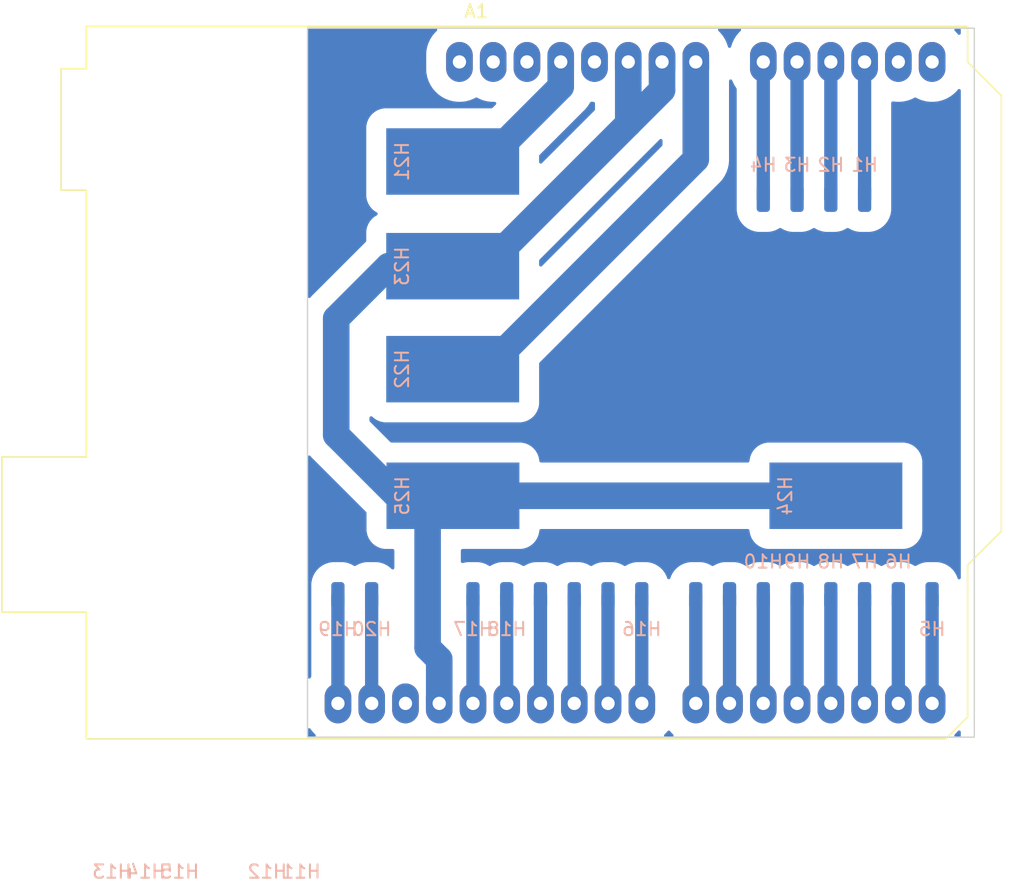
<source format=kicad_pcb>
(kicad_pcb (version 20221018) (generator pcbnew)
  (layers (0 "F.Cu" signal) (31 "B.Cu" signal) (34 "B.Paste" user) (35 "F.Paste" user) (36 "B.SilkS" user "B.Silkscreen") (37 "F.SilkS" user "F.Silkscreen") (38 "B.Mask" user) (39 "F.Mask" user) (44 "Edge.Cuts" user))
  (net 0 "")
  (net 4 "Net-(A1-3V3)")
  (net 6 "Net-(A1-GND-Pad29)")
  (net 7 "Net-(A1-VIN)")
  (net 8 "Net-(A1-A0)")
  (net 9 "Net-(A1-A1)")
  (net 10 "Net-(A1-A2)")
  (net 11 "Net-(A1-A3)")
  (net 14 "Net-(A1-D0{slash}RX)")
  (net 15 "Net-(A1-D1{slash}TX)")
  (net 16 "Net-(A1-D2)")
  (net 17 "Net-(A1-D3)")
  (net 18 "Net-(A1-D4)")
  (net 19 "Net-(A1-D5)")
  (net 20 "Net-(A1-D6)")
  (net 21 "Net-(A1-D7)")
  (net 22 "Net-(A1-D8)")
  (net 23 "Net-(A1-D9)")
  (net 24 "Net-(A1-D10)")
  (net 25 "Net-(A1-D11)")
  (net 26 "Net-(A1-D12)")
  (net 27 "Net-(A1-D13)")
  (net 29 "Net-(A1-SDA{slash}A4-Pad31)")
  (net 30 "Net-(A1-SCL{slash}A5-Pad32)")
  (footprint "Module:Arduino_UNO_R3" (layer "F.Cu") (at 136.506976 54.61)
    (fp_text reference "A1" (at 1.27 -3.81) (layer "F.SilkS"))
    (fp_text value "Arduino_UNO_R3")
    (fp_line (start -34.42 29.72) (end -34.42 41.4) (stroke (width 0.12)) (layer "F.SilkS"))
    (fp_line (start -34.42 41.4) (end -28.07 41.4) (stroke (width 0.12)) (layer "F.SilkS"))
    (fp_line (start -29.97 0.51) (end -29.97 9.65) (stroke (width 0.12)) (layer "F.SilkS"))
    (fp_line (start -29.97 9.65) (end -28.07 9.65) (stroke (width 0.12)) (layer "F.SilkS"))
    (fp_line (start -28.07 -2.67) (end -28.07 0.51) (stroke (width 0.12)) (layer "F.SilkS"))
    (fp_line (start -28.07 0.51) (end -29.97 0.51) (stroke (width 0.12)) (layer "F.SilkS"))
    (fp_line (start -28.07 9.65) (end -28.07 29.72) (stroke (width 0.12)) (layer "F.SilkS"))
    (fp_line (start -28.07 29.72) (end -34.42 29.72) (stroke (width 0.12)) (layer "F.SilkS"))
    (fp_line (start -28.07 41.4) (end -28.07 50.93) (stroke (width 0.12)) (layer "F.SilkS"))
    (fp_line (start -28.07 50.93) (end 36.58 50.93) (stroke (width 0.12)) (layer "F.SilkS"))
    (fp_line (start 36.58 50.93) (end 38.23 49.28) (stroke (width 0.12)) (layer "F.SilkS"))
    (fp_line (start 38.23 -2.67) (end -28.07 -2.67) (stroke (width 0.12)) (layer "F.SilkS"))
    (fp_line (start 38.23 0) (end 38.23 -2.67) (stroke (width 0.12)) (layer "F.SilkS"))
    (fp_line (start 38.23 37.85) (end 40.77 35.31) (stroke (width 0.12)) (layer "F.SilkS"))
    (fp_line (start 38.23 49.28) (end 38.23 37.85) (stroke (width 0.12)) (layer "F.SilkS"))
    (fp_line (start 40.77 2.54) (end 38.23 0) (stroke (width 0.12)) (layer "F.SilkS"))
    (fp_line (start 40.77 35.31) (end 40.77 2.54) (stroke (width 0.12)) (layer "F.SilkS"))
    (pad "1" thru_hole oval (at 0 0 90) (size 3 2) (drill 1) (layers "*.Cu" "*.Mask"))
    (pad "2" thru_hole oval (at 2.54 0 90) (size 3 2) (drill 1) (layers "*.Cu" "*.Mask"))
    (pad "3" thru_hole oval (at 5.08 0 90) (size 3 2) (drill 1) (layers "*.Cu" "*.Mask"))
    (pad "4" thru_hole oval (at 7.62 0 90) (size 3 2) (drill 1) (layers "*.Cu" "*.Mask") (net 4 "Net-(A1-3V3)"))
    (pad "5" thru_hole oval (at 10.16 0 90) (size 3 2) (drill 1) (layers "*.Cu" "*.Mask"))
    (pad "6" thru_hole oval (at 12.7 0 90) (size 3 2) (drill 1) (layers "*.Cu" "*.Mask") (net 6 "Net-(A1-GND-Pad29)"))
    (pad "7" thru_hole oval (at 15.24 0 90) (size 3 2) (drill 1) (layers "*.Cu" "*.Mask") (net 6 "Net-(A1-GND-Pad29)"))
    (pad "8" thru_hole oval (at 17.78 0 90) (size 3 2) (drill 1) (layers "*.Cu" "*.Mask") (net 7 "Net-(A1-VIN)"))
    (pad "9" thru_hole oval (at 22.86 0 90) (size 3 2) (drill 1) (layers "*.Cu" "*.Mask") (net 8 "Net-(A1-A0)"))
    (pad "10" thru_hole oval (at 25.4 0 90) (size 3 2) (drill 1) (layers "*.Cu" "*.Mask") (net 9 "Net-(A1-A1)"))
    (pad "11" thru_hole oval (at 27.94 0 90) (size 3 2) (drill 1) (layers "*.Cu" "*.Mask") (net 10 "Net-(A1-A2)"))
    (pad "12" thru_hole oval (at 30.48 0 90) (size 3 2) (drill 1) (layers "*.Cu" "*.Mask") (net 11 "Net-(A1-A3)"))
    (pad "13" thru_hole oval (at 33.02 0 90) (size 3 2) (drill 1) (layers "*.Cu" "*.Mask"))
    (pad "14" thru_hole oval (at 35.56 0 90) (size 3 2) (drill 1) (layers "*.Cu" "*.Mask"))
    (pad "15" thru_hole oval (at 35.56 48.26 90) (size 3 2) (drill 1) (layers "*.Cu" "*.Mask") (net 14 "Net-(A1-D0{slash}RX)"))
    (pad "16" thru_hole oval (at 33.02 48.26 90) (size 3 2) (drill 1) (layers "*.Cu" "*.Mask") (net 15 "Net-(A1-D1{slash}TX)"))
    (pad "17" thru_hole oval (at 30.48 48.26 90) (size 3 2) (drill 1) (layers "*.Cu" "*.Mask") (net 16 "Net-(A1-D2)"))
    (pad "18" thru_hole oval (at 27.94 48.26 90) (size 3 2) (drill 1) (layers "*.Cu" "*.Mask") (net 17 "Net-(A1-D3)"))
    (pad "19" thru_hole oval (at 25.4 48.26 90) (size 3 2) (drill 1) (layers "*.Cu" "*.Mask") (net 18 "Net-(A1-D4)"))
    (pad "20" thru_hole oval (at 22.86 48.26 90) (size 3 2) (drill 1) (layers "*.Cu" "*.Mask") (net 19 "Net-(A1-D5)"))
    (pad "21" thru_hole oval (at 20.32 48.26 90) (size 3 2) (drill 1) (layers "*.Cu" "*.Mask") (net 20 "Net-(A1-D6)"))
    (pad "22" thru_hole oval (at 17.78 48.26 90) (size 3 2) (drill 1) (layers "*.Cu" "*.Mask") (net 21 "Net-(A1-D7)"))
    (pad "23" thru_hole oval (at 13.72 48.26 90) (size 3 2) (drill 1) (layers "*.Cu" "*.Mask") (net 22 "Net-(A1-D8)"))
    (pad "24" thru_hole oval (at 11.18 48.26 90) (size 3 2) (drill 1) (layers "*.Cu" "*.Mask") (net 23 "Net-(A1-D9)"))
    (pad "25" thru_hole oval (at 8.64 48.26 90) (size 3 2) (drill 1) (layers "*.Cu" "*.Mask") (net 24 "Net-(A1-D10)"))
    (pad "26" thru_hole oval (at 6.1 48.26 90) (size 3 2) (drill 1) (layers "*.Cu" "*.Mask") (net 25 "Net-(A1-D11)"))
    (pad "27" thru_hole oval (at 3.56 48.26 90) (size 3 2) (drill 1) (layers "*.Cu" "*.Mask") (net 26 "Net-(A1-D12)"))
    (pad "28" thru_hole oval (at 1.02 48.26 90) (size 3 2) (drill 1) (layers "*.Cu" "*.Mask") (net 27 "Net-(A1-D13)"))
    (pad "29" thru_hole oval (at -1.52 48.26 90) (size 3 2) (drill 1) (layers "*.Cu" "*.Mask") (net 6 "Net-(A1-GND-Pad29)"))
    (pad "30" thru_hole oval (at -4.06 48.26 90) (size 3 2) (drill 1) (layers "*.Cu" "*.Mask"))
    (pad "31" thru_hole oval (at -6.6 48.26 90) (size 3 2) (drill 1) (layers "*.Cu" "*.Mask") (net 29 "Net-(A1-SDA{slash}A4-Pad31)"))
    (pad "32" thru_hole oval (at -9.14 48.26 90) (size 3 2) (drill 1) (layers "*.Cu" "*.Mask") (net 30 "Net-(A1-SCL{slash}A5-Pad32)"))
  )
  (footprint "Connector_Wire:SolderWirePad_1x01_SMD_1x2mm" (layer "B.Cu") (at 150.222976 94.742)
    (fp_text reference "H16" (at 0 2.54) (layer "B.SilkS") (effects (justify mirror)))
    (fp_text value "MountingHole_Pad")
    (pad "1" smd roundrect (at 0 0) (size 1 2) (layers "B.Cu" "B.Paste" "B.Mask") (net 22 "Net-(A1-D8)"))
  )
  (footprint "Connector_Wire:SolderWirePad_1x01_SMD_1x2mm" (layer "B.Cu") (at 161.906976 94.742 180)
    (fp_text reference "H9" (at 0 2.54) (layer "B.SilkS") (effects (justify mirror)))
    (fp_text value "MountingHole_Pad")
    (pad "1" smd roundrect (at 0 0 180) (size 1 2) (layers "B.Cu" "B.Paste" "B.Mask") (net 18 "Net-(A1-D4)"))
  )
  (footprint "Connector_Wire:SolderWirePad_1x01_SMD_1x2mm" (layer "B.Cu") (at 154.286976 94.742)
    (fp_text reference "H12" (at -32.237 20.787) (layer "B.SilkS") (effects (justify mirror)))
    (fp_text value "MountingHole_Pad")
    (pad "1" smd roundrect (at 0 0) (size 1 2) (layers "B.Cu" "B.Paste" "B.Mask") (net 21 "Net-(A1-D7)"))
  )
  (footprint "Connector_Wire:SolderWirePad_1x01_SMD_1x2mm" (layer "B.Cu") (at 159.366976 64.897 180)
    (fp_text reference "H4" (at 0 2.54) (layer "B.SilkS") (effects (justify mirror)))
    (fp_text value "MountingHole_Pad")
    (pad "1" smd roundrect (at 0 0 180) (size 1 2) (layers "B.Cu" "B.Paste" "B.Mask") (net 8 "Net-(A1-A0)"))
  )
  (footprint "Connector_Wire:SolderWirePad_1x01_SMD_1x2mm" (layer "B.Cu") (at 164.446976 94.742 180)
    (fp_text reference "H8" (at 0 2.54) (layer "B.SilkS") (effects (justify mirror)))
    (fp_text value "MountingHole_Pad")
    (pad "1" smd roundrect (at 0 0 180) (size 1 2) (layers "B.Cu" "B.Paste" "B.Mask") (net 17 "Net-(A1-D3)"))
  )
  (footprint "Connector_Wire:SolderWirePad_1x01_SMD_1x2mm" (layer "B.Cu") (at 159.366976 94.742 180)
    (fp_text reference "H10" (at 0 2.54) (layer "B.SilkS") (effects (justify mirror)))
    (fp_text value "MountingHole_Pad")
    (pad "1" smd roundrect (at 0 0 180) (size 1 2) (layers "B.Cu" "B.Paste" "B.Mask") (net 19 "Net-(A1-D5)"))
  )
  (footprint "Connector_Wire:SolderWirePad_1x01_SMD_5x10mm" (layer "B.Cu") (at 135.998976 62.103 -90)
    (fp_text reference "H21" (at 0 3.81 90) (layer "B.SilkS") (effects (justify mirror)))
    (fp_text value "MountingHole_Pad")
    (pad "1" smd rect (at 0 0 270) (size 5 10) (layers "B.Cu" "B.Paste" "B.Mask") (net 4 "Net-(A1-3V3)"))
  )
  (footprint "Connector_Wire:SolderWirePad_1x01_SMD_1x2mm" (layer "B.Cu") (at 166.986976 64.897 180)
    (fp_text reference "H1" (at 0 2.54) (layer "B.SilkS") (effects (justify mirror)))
    (fp_text value "MountingHole_Pad")
    (pad "1" smd roundrect (at 0 0 180) (size 1 2) (layers "B.Cu" "B.Paste" "B.Mask") (net 11 "Net-(A1-A3)"))
  )
  (footprint "Connector_Wire:SolderWirePad_1x01_SMD_1x2mm" (layer "B.Cu") (at 161.906976 64.897 180)
    (fp_text reference "H3" (at 0 2.54) (layer "B.SilkS") (effects (justify mirror)))
    (fp_text value "MountingHole_Pad")
    (pad "1" smd roundrect (at 0 0 180) (size 1 2) (layers "B.Cu" "B.Paste" "B.Mask") (net 9 "Net-(A1-A1)"))
  )
  (footprint "Connector_Wire:SolderWirePad_1x01_SMD_1x2mm" (layer "B.Cu") (at 147.682976 94.742)
    (fp_text reference "H15" (at -32.237 20.787) (layer "B.SilkS") (effects (justify mirror)))
    (fp_text value "MountingHole_Pad")
    (pad "1" smd roundrect (at 0 0) (size 1 2) (layers "B.Cu" "B.Paste" "B.Mask") (net 23 "Net-(A1-D9)"))
  )
  (footprint "Connector_Wire:SolderWirePad_1x01_SMD_5x10mm" (layer "B.Cu") (at 136.017 87.249 -90)
    (fp_text reference "H25" (at 0 3.81 90) (layer "B.SilkS") (effects (justify mirror)))
    (fp_text value "MountingHole_Pad")
    (pad "1" smd rect (at 0 0 270) (size 5 10) (layers "B.Cu" "B.Paste" "B.Mask") (net 6 "Net-(A1-GND-Pad29)"))
  )
  (footprint "Connector_Wire:SolderWirePad_1x01_SMD_5x10mm" (layer "B.Cu") (at 164.827976 87.249 -90)
    (fp_text reference "H24" (at 0 3.81 90) (layer "B.SilkS") (effects (justify mirror)))
    (fp_text value "MountingHole_Pad")
    (pad "1" smd rect (at 0 0 270) (size 5 10) (layers "B.Cu" "B.Paste" "B.Mask") (net 6 "Net-(A1-GND-Pad29)"))
  )
  (footprint "Connector_Wire:SolderWirePad_1x01_SMD_1x2mm" (layer "B.Cu") (at 156.826976 94.742)
    (fp_text reference "H11" (at -32.237 20.787) (layer "B.SilkS") (effects (justify mirror)))
    (fp_text value "MountingHole_Pad")
    (pad "1" smd roundrect (at 0 0) (size 1 2) (layers "B.Cu" "B.Paste" "B.Mask") (net 20 "Net-(A1-D6)"))
  )
  (footprint "Connector_Wire:SolderWirePad_1x01_SMD_1x2mm" (layer "B.Cu") (at 166.986976 94.742 180)
    (fp_text reference "H7" (at 0 2.54) (layer "B.SilkS") (effects (justify mirror)))
    (fp_text value "MountingHole_Pad")
    (pad "1" smd roundrect (at 0 0 180) (size 1 2) (layers "B.Cu" "B.Paste" "B.Mask") (net 16 "Net-(A1-D2)"))
  )
  (footprint "Connector_Wire:SolderWirePad_1x01_SMD_1x2mm" (layer "B.Cu") (at 127.362976 94.742)
    (fp_text reference "H19" (at 0 2.54) (layer "B.SilkS") (effects (justify mirror)))
    (fp_text value "MountingHole_Pad")
    (pad "1" smd roundrect (at 0 0) (size 1 2) (layers "B.Cu" "B.Paste" "B.Mask") (net 30 "Net-(A1-SCL{slash}A5-Pad32)"))
  )
  (footprint "Connector_Wire:SolderWirePad_1x01_SMD_1x2mm" (layer "B.Cu") (at 169.526976 94.742 180)
    (fp_text reference "H6" (at 0 2.54) (layer "B.SilkS") (effects (justify mirror)))
    (fp_text value "MountingHole_Pad")
    (pad "1" smd roundrect (at 0 0 180) (size 1 2) (layers "B.Cu" "B.Paste" "B.Mask") (net 15 "Net-(A1-D1{slash}TX)"))
  )
  (footprint "Connector_Wire:SolderWirePad_1x01_SMD_1x2mm" (layer "B.Cu") (at 137.522976 94.742)
    (fp_text reference "H17" (at 0 2.54) (layer "B.SilkS") (effects (justify mirror)))
    (fp_text value "MountingHole_Pad")
    (pad "1" smd roundrect (at 0 0) (size 1 2) (layers "B.Cu" "B.Paste" "B.Mask") (net 27 "Net-(A1-D13)"))
  )
  (footprint "Connector_Wire:SolderWirePad_1x01_SMD_1x2mm" (layer "B.Cu") (at 142.602976 94.742)
    (fp_text reference "H13" (at -32.237 20.787) (layer "B.SilkS") (effects (justify mirror)))
    (fp_text value "MountingHole_Pad")
    (pad "1" smd roundrect (at 0 0) (size 1 2) (layers "B.Cu" "B.Paste" "B.Mask") (net 25 "Net-(A1-D11)"))
  )
  (footprint "Connector_Wire:SolderWirePad_1x01_SMD_1x2mm" (layer "B.Cu") (at 172.066976 94.742)
    (fp_text reference "H5" (at 0 2.54) (layer "B.SilkS") (effects (justify mirror)))
    (fp_text value "MountingHole_Pad")
    (pad "1" smd roundrect (at 0 0) (size 1 2) (layers "B.Cu" "B.Paste" "B.Mask") (net 14 "Net-(A1-D0{slash}RX)"))
  )
  (footprint "Connector_Wire:SolderWirePad_1x01_SMD_1x2mm" (layer "B.Cu") (at 129.902976 94.742)
    (fp_text reference "H20" (at 0 2.54) (layer "B.SilkS") (effects (justify mirror)))
    (fp_text value "MountingHole_Pad")
    (pad "1" smd roundrect (at 0 0) (size 1 2) (layers "B.Cu" "B.Paste" "B.Mask") (net 29 "Net-(A1-SDA{slash}A4-Pad31)"))
  )
  (footprint "Connector_Wire:SolderWirePad_1x01_SMD_1x2mm" (layer "B.Cu") (at 140.062976 94.742)
    (fp_text reference "H18" (at 0 2.54) (layer "B.SilkS") (effects (justify mirror)))
    (fp_text value "MountingHole_Pad")
    (pad "1" smd roundrect (at 0 0) (size 1 2) (layers "B.Cu" "B.Paste" "B.Mask") (net 26 "Net-(A1-D12)"))
  )
  (footprint "Connector_Wire:SolderWirePad_1x01_SMD_5x10mm" (layer "B.Cu") (at 135.998976 77.724 -90)
    (fp_text reference "H22" (at 0 3.81 90) (layer "B.SilkS") (effects (justify mirror)))
    (fp_text value "MountingHole_Pad")
    (pad "1" smd rect (at 0 0 270) (size 5 10) (layers "B.Cu" "B.Paste" "B.Mask") (net 7 "Net-(A1-VIN)"))
  )
  (footprint "Connector_Wire:SolderWirePad_1x01_SMD_5x10mm" (layer "B.Cu") (at 135.998976 69.977 -90)
    (fp_text reference "H23" (at 0 3.81 90) (layer "B.SilkS") (effects (justify mirror)))
    (fp_text value "MountingHole_Pad")
    (pad "1" smd rect (at 0 0 270) (size 5 10) (layers "B.Cu" "B.Paste" "B.Mask") (net 6 "Net-(A1-GND-Pad29)"))
  )
  (footprint "Connector_Wire:SolderWirePad_1x01_SMD_1x2mm" (layer "B.Cu") (at 164.446976 64.897 180)
    (fp_text reference "H2" (at 0 2.54) (layer "B.SilkS") (effects (justify mirror)))
    (fp_text value "MountingHole_Pad")
    (pad "1" smd roundrect (at 0 0 180) (size 1 2) (layers "B.Cu" "B.Paste" "B.Mask") (net 10 "Net-(A1-A2)"))
  )
  (footprint "Connector_Wire:SolderWirePad_1x01_SMD_1x2mm" (layer "B.Cu") (at 145.142976 94.742)
    (fp_text reference "H14" (at -32.237 20.787) (layer "B.SilkS") (effects (justify mirror)))
    (fp_text value "MountingHole_Pad")
    (pad "1" smd roundrect (at 0 0) (size 1 2) (layers "B.Cu" "B.Paste" "B.Mask") (net 24 "Net-(A1-D10)"))
  )
  (gr_rect (start 175.241976 52.07) (end 125.076976 105.41) (stroke (width 0.1)) (fill none) (layer "Edge.Cuts"))
  (segment (start 135.998976 62.103) (end 138.498976 62.103) (width 2) (layer "B.Cu") (net 4))
  (segment (start 144.126976 56.475) (end 144.126976 54.61) (width 2) (layer "B.Cu") (net 4))
  (segment (start 138.498976 62.103) (end 144.126976 56.475) (width 2) (layer "B.Cu") (net 4))
  (segment (start 131.172976 69.977) (end 135.998976 69.977) (width 2) (layer "B.Cu") (net 6))
  (segment (start 135.744976 87.249) (end 131.807976 87.249) (width 2) (layer "B.Cu") (net 6))
  (segment (start 127.235976 73.914) (end 131.172976 69.977) (width 2) (layer "B.Cu") (net 6))
  (segment (start 151.746976 54.61) (end 151.746976 56.729) (width 2) (layer "B.Cu") (net 6))
  (segment (start 127.235976 82.677) (end 127.235976 73.914) (width 2) (layer "B.Cu") (net 6))
  (segment (start 134.986976 102.87) (end 134.986976 99.553976) (width 2) (layer "B.Cu") (net 6))
  (segment (start 138.498976 69.977) (end 149.206976 59.269) (width 2) (layer "B.Cu") (net 6))
  (segment (start 149.206976 59.269) (end 149.206976 54.61) (width 2) (layer "B.Cu") (net 6))
  (segment (start 135.744976 87.249) (end 164.827976 87.249) (width 2) (layer "B.Cu") (net 6))
  (segment (start 134.112 98.679) (end 134.112 88.881976) (width 2) (layer "B.Cu") (net 6))
  (segment (start 134.986976 99.553976) (end 134.112 98.679) (width 2) (layer "B.Cu") (net 6))
  (segment (start 135.998976 69.977) (end 138.498976 69.977) (width 2) (layer "B.Cu") (net 6))
  (segment (start 131.807976 87.249) (end 127.235976 82.677) (width 2) (layer "B.Cu") (net 6))
  (segment (start 151.746976 56.729) (end 149.206976 59.269) (width 2) (layer "B.Cu") (net 6))
  (segment (start 134.112 88.881976) (end 135.744976 87.249) (width 2) (layer "B.Cu") (net 6))
  (segment (start 154.286976 61.936) (end 154.286976 54.61) (width 2) (layer "B.Cu") (net 7))
  (segment (start 135.998976 77.724) (end 138.498976 77.724) (width 2) (layer "B.Cu") (net 7))
  (segment (start 138.498976 77.724) (end 154.286976 61.936) (width 2) (layer "B.Cu") (net 7))
  (segment (start 159.366976 54.61) (end 159.366976 64.897) (width 1) (layer "B.Cu") (net 8))
  (segment (start 161.906976 54.61) (end 161.906976 64.897) (width 1) (layer "B.Cu") (net 9))
  (segment (start 164.446976 64.897) (end 164.446976 54.61) (width 1) (layer "B.Cu") (net 10))
  (segment (start 166.986976 64.897) (end 166.986976 54.61) (width 1) (layer "B.Cu") (net 11))
  (segment (start 172.066976 94.742) (end 172.066976 102.87) (width 1) (layer "B.Cu") (net 14))
  (segment (start 169.526976 94.742) (end 169.526976 102.87) (width 1) (layer "B.Cu") (net 15))
  (segment (start 166.986976 94.742) (end 166.986976 102.87) (width 1) (layer "B.Cu") (net 16))
  (segment (start 164.446976 94.742) (end 164.446976 102.87) (width 1) (layer "B.Cu") (net 17))
  (segment (start 161.906976 94.742) (end 161.906976 102.87) (width 1) (layer "B.Cu") (net 18))
  (segment (start 159.366976 94.742) (end 159.366976 102.87) (width 1) (layer "B.Cu") (net 19))
  (segment (start 156.826976 94.742) (end 156.826976 102.87) (width 1) (layer "B.Cu") (net 20))
  (segment (start 154.286976 94.742) (end 154.286976 102.87) (width 1) (layer "B.Cu") (net 21))
  (segment (start 150.222976 94.742) (end 150.222976 102.866) (width 1) (layer "B.Cu") (net 22))
  (segment (start 150.222976 102.866) (end 150.226976 102.87) (width 1) (layer "B.Cu") (net 22))
  (segment (start 147.682976 102.866) (end 147.686976 102.87) (width 1) (layer "B.Cu") (net 23))
  (segment (start 147.682976 94.742) (end 147.682976 102.866) (width 1) (layer "B.Cu") (net 23))
  (segment (start 145.142976 94.742) (end 145.142976 102.866) (width 1) (layer "B.Cu") (net 24))
  (segment (start 145.142976 102.866) (end 145.146976 102.87) (width 1) (layer "B.Cu") (net 24))
  (segment (start 142.602976 102.866) (end 142.606976 102.87) (width 1) (layer "B.Cu") (net 25))
  (segment (start 142.602976 94.742) (end 142.602976 102.866) (width 1) (layer "B.Cu") (net 25))
  (segment (start 140.062976 94.742) (end 140.062976 102.866) (width 1) (layer "B.Cu") (net 26))
  (segment (start 140.062976 102.866) (end 140.066976 102.87) (width 1) (layer "B.Cu") (net 26))
  (segment (start 137.522976 94.742) (end 137.522976 102.866) (width 1) (layer "B.Cu") (net 27))
  (segment (start 137.522976 102.866) (end 137.526976 102.87) (width 1) (layer "B.Cu") (net 27))
  (segment (start 129.902976 94.742) (end 129.902976 102.866) (width 1) (layer "B.Cu") (net 29))
  (segment (start 129.902976 102.866) (end 129.906976 102.87) (width 1) (layer "B.Cu") (net 29))
  (segment (start 127.362976 94.742) (end 127.362976 102.866) (width 1) (layer "B.Cu") (net 30))
  (segment (start 127.362976 102.866) (end 127.366976 102.87) (width 1) (layer "B.Cu") (net 30))
  (zone (net 0) (net_name "") (layer "B.Cu") (connect_pads (clearance 1.5)) (min_thickness 0.25) (fill yes (thermal_gap 0.5) (thermal_bridge_width 0.5) (island_removal_mode 1) (island_area_min 10))
    (polygon (pts (xy 123.171976 105.41) (xy 123.171976 52.07) (xy 174.225976 52.07) (xy 174.225976 105.41)))
  )
)
</source>
